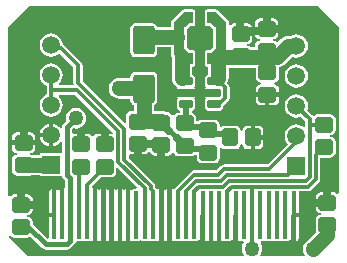
<source format=gtl>
%FSTAX26Y26*%
%MOIN*%
%SFA1B1*%

%IPPOS*%
%AMD10*
4,1,8,0.035400,-0.040200,0.035400,0.040200,0.028300,0.047200,-0.028300,0.047200,-0.035400,0.040200,-0.035400,-0.040200,-0.028300,-0.047200,0.028300,-0.047200,0.035400,-0.040200,0.0*
1,1,0.014180,0.028300,-0.040200*
1,1,0.014180,0.028300,0.040200*
1,1,0.014180,-0.028300,0.040200*
1,1,0.014180,-0.028300,-0.040200*
%
%AMD11*
4,1,8,-0.021800,-0.025600,0.021800,-0.025600,0.029500,-0.017900,0.029500,0.017900,0.021800,0.025600,-0.021800,0.025600,-0.029500,0.017900,-0.029500,-0.017900,-0.021800,-0.025600,0.0*
1,1,0.015360,-0.021800,-0.017900*
1,1,0.015360,0.021800,-0.017900*
1,1,0.015360,0.021800,0.017900*
1,1,0.015360,-0.021800,0.017900*
%
%AMD13*
4,1,8,0.025600,-0.021800,0.025600,0.021800,0.017900,0.029500,-0.017900,0.029500,-0.025600,0.021800,-0.025600,-0.021800,-0.017900,-0.029500,0.017900,-0.029500,0.025600,-0.021800,0.0*
1,1,0.015360,0.017900,-0.021800*
1,1,0.015360,0.017900,0.021800*
1,1,0.015360,-0.017900,0.021800*
1,1,0.015360,-0.017900,-0.021800*
%
%AMD14*
4,1,8,-0.021700,0.010200,-0.021700,-0.010200,-0.019100,-0.012800,0.019100,-0.012800,0.021700,-0.010200,0.021700,0.010200,0.019100,0.012800,-0.019100,0.012800,-0.021700,0.010200,0.0*
1,1,0.005120,-0.019100,0.010200*
1,1,0.005120,-0.019100,-0.010200*
1,1,0.005120,0.019100,-0.010200*
1,1,0.005120,0.019100,0.010200*
%
%AMD15*
4,1,8,0.005600,0.078700,-0.005600,0.078700,-0.008100,0.076300,-0.008100,-0.076300,-0.005600,-0.078700,0.005600,-0.078700,0.008100,-0.076300,0.008100,0.076300,0.005600,0.078700,0.0*
1,1,0.004840,0.005600,0.076300*
1,1,0.004840,-0.005600,0.076300*
1,1,0.004840,-0.005600,-0.076300*
1,1,0.004840,0.005600,-0.076300*
%
G04~CAMADD=10~8~0.0~0.0~944.9~708.7~70.9~0.0~15~0.0~0.0~0.0~0.0~0~0.0~0.0~0.0~0.0~0~0.0~0.0~0.0~270.0~708.0~944.0*
%ADD10D10*%
G04~CAMADD=11~8~0.0~0.0~590.6~511.8~76.8~0.0~15~0.0~0.0~0.0~0.0~0~0.0~0.0~0.0~0.0~0~0.0~0.0~0.0~180.0~591.0~512.0*
%ADD11D11*%
%ADD12R,0.035430X0.098430*%
G04~CAMADD=13~8~0.0~0.0~590.6~511.8~76.8~0.0~15~0.0~0.0~0.0~0.0~0~0.0~0.0~0.0~0.0~0~0.0~0.0~0.0~270.0~512.0~590.0*
%ADD13D13*%
G04~CAMADD=14~8~0.0~0.0~255.9~433.1~25.6~0.0~15~0.0~0.0~0.0~0.0~0~0.0~0.0~0.0~0.0~0~0.0~0.0~0.0~90.0~434.0~256.0*
%ADD14D14*%
G04~CAMADD=15~8~0.0~0.0~161.4~1574.8~24.2~0.0~15~0.0~0.0~0.0~0.0~0~0.0~0.0~0.0~0.0~0~0.0~0.0~0.0~0.0~161.4~1574.8*
%ADD15D15*%
%ADD16C,0.012000*%
%ADD17C,0.050000*%
%ADD18C,0.025000*%
%ADD19C,0.016000*%
%ADD20C,0.020000*%
%ADD21C,0.059060*%
%ADD22R,0.059060X0.059060*%
%ADD23C,0.050000*%
%LNunisolder52_oled-1*%
%LPD*%
G36*
X0055118Y0032283D02*
Y-0023061D01*
X0054618Y-0023212*
X0054587Y-0023166*
X0054036Y-0022798*
X0053385Y-0022668*
X005195*
Y-002616*
X00512*
Y-002691*
X0047315*
Y-0027951*
X0047444Y-0028602*
X0047813Y-0029153*
X0048364Y-0029522*
X0049015Y-0029652*
Y-0030148*
X0048364Y-0030278*
X0047813Y-0030646*
X0047444Y-0031198*
X0047315Y-0031849*
Y-0035432*
X0047405Y-0035888*
X0044119Y-0039175*
X0043574Y-0039885*
X0043231Y-0040712*
X0043115Y-00416*
X0043231Y-0042488*
X0043574Y-0043315*
X0043789Y-0043595*
X0043542Y-0044094*
X002911*
X0028863Y-0043595*
X0029161Y-0043206*
X0029504Y-0042379*
X0029621Y-0041491*
X0029504Y-0040604*
X0029161Y-0039777*
X0028983Y-0039545*
X0029204Y-0039096*
X0029512*
X0029958Y-0039008*
X0030325Y-0038762*
X0030693Y-0039008*
X0031138Y-0039096*
X0032268*
X0032714Y-0039008*
X0033081Y-0038762*
X0033448Y-0039008*
X0033894Y-0039096*
X0035024*
X003547Y-0039008*
X0035837Y-0038762*
X0036204Y-0039008*
X003665Y-0039096*
X003778*
X0038225Y-0039008*
X0038593Y-0038762*
X003896Y-0039008*
X0039221Y-003906*
Y-00303*
X0039971*
Y-002955*
X00417*
Y-0022668*
X0041875Y-0022455*
X0044829*
X0045415Y-0022339*
X0045911Y-0022007*
X0048434Y-0019484*
X0048766Y-0018988*
X0048882Y-0018403*
Y-0011169*
X0052284*
X0052934Y-0011039*
X0053486Y-0010671*
X0053854Y-0010119*
X0053984Y-0009469*
Y-0005886*
X0053854Y-0005235*
X0053486Y-0004684*
X0052934Y-0004315*
X0052284Y-0004185*
Y-0003689*
X0052934Y-0003559*
X0053486Y-000319*
X0053854Y-0002639*
X0053984Y-0001988*
Y0001595*
X0053854Y0002245*
X0053486Y0002797*
X0052934Y0003165*
X0052284Y0003295*
X0047913*
X0047263Y0003165*
X0046711Y0002797*
X0046172Y0002891*
X0044482Y0004581*
X0044654Y0004994*
X0044786Y0006*
X0044654Y0007006*
X0044265Y0007943*
X0043648Y0008748*
X0042843Y0009365*
X0041906Y0009754*
X00409Y0009886*
X0039894Y0009754*
X0038957Y0009365*
X0038152Y0008748*
X0037535Y0007943*
X0037146Y0007006*
X0037014Y0006*
X0037146Y0004994*
X0037535Y0004057*
X0038152Y0003252*
X0038957Y0002635*
X0039894Y0002246*
X00409Y0002114*
X0041906Y0002246*
X0042319Y0002418*
X0043823Y0000914*
Y-0000757*
X0043323Y-0001003*
X0042843Y-0000635*
X0041906Y-0000246*
X00409Y-0000114*
X0039894Y-0000246*
X0038957Y-0000635*
X0038152Y-0001252*
X0037535Y-0002057*
X0037146Y-0002994*
X0037014Y-0004*
X0037146Y-0005006*
X0037535Y-0005943*
X003806Y-0006628*
X0031291Y-0013397*
X0016908*
X0016322Y-0013513*
X0015826Y-0013845*
X0014274Y-0015397*
X0006713*
X0006127Y-0015513*
X0005631Y-0015845*
X0000307Y-0021169*
X-0000025Y-0021665*
X-0000163Y-0021722*
X-0000357Y-0021592*
X-0000618Y-002154*
Y-00303*
Y-003906*
X-0000357Y-0039008*
X000001Y-0038762*
X0000378Y-0039008*
X0000823Y-0039096*
X0001953*
X0002399Y-0039008*
X0002766Y-0038762*
X0003133Y-0039008*
X0003579Y-0039096*
X0004709*
X0005155Y-0039008*
X0005522Y-0038762*
X0005889Y-0039008*
X0006335Y-0039096*
X0007465*
X0007911Y-0039008*
X0008278Y-0038762*
X0008645Y-0039008*
X0008906Y-003906*
Y-00303*
X0010406*
Y-003906*
X0010667Y-0039008*
X0011034Y-0038762*
X0011401Y-0039008*
X0011662Y-003906*
Y-00303*
X0013162*
Y-003906*
X0013422Y-0039008*
X001379Y-0038762*
X0014157Y-0039008*
X0014418Y-003906*
Y-00303*
X0015918*
Y-003906*
X0016178Y-0039008*
X0016546Y-0038762*
X0016913Y-0039008*
X0017359Y-0039096*
X0018489*
X0018934Y-0039008*
X0019302Y-0038762*
X0019669Y-0039008*
X0019929Y-003906*
Y-00303*
X0021429*
Y-003906*
X002169Y-0039008*
X0022058Y-0038762*
X0022425Y-0039008*
X0022871Y-0039096*
X0023178*
X0023399Y-0039545*
X0023221Y-0039777*
X0022879Y-0040604*
X0022762Y-0041491*
X0022879Y-0042379*
X0023221Y-0043206*
X0023519Y-0043595*
X0023273Y-0044094*
X-0048425*
X-0054894Y-0037626*
X-0054871Y-0037157*
X-0054352Y-0037238*
X-0054287Y-0037334*
X-0053736Y-0037702*
X-0053085Y-0037832*
X-0048715*
X-0048064Y-0037702*
X-0047749Y-0037492*
X-0043914Y-0041326*
X-0043352Y-0041701*
X-0042689Y-0041833*
X-00357*
X-0035037Y-0041701*
X-0034474Y-0041326*
X-0033213Y-0040064*
X-0032837Y-0039502*
X-0032831Y-0039471*
X-0032248Y-0039096*
X-0031118*
X-0030672Y-0039008*
X-0030305Y-0038762*
X-0029937Y-0039008*
X-0029492Y-0039096*
X-0028362*
X-0027916Y-0039008*
X-0027549Y-0038762*
X-0027182Y-0039008*
X-0026921Y-003906*
Y-00303*
Y-0021354*
X-0027163Y-0021158*
X-0027191Y-0020754*
X-0024169Y-0017732*
X-0020815*
X-0020164Y-0017602*
X-0019613Y-0017234*
X-0019244Y-0016682*
X-0019115Y-0016032*
Y-0014778*
X-0018653Y-0014587*
X-0012236Y-0021004*
X-0012443Y-0021504*
X-0012956*
X-0013402Y-0021592*
X-0013769Y-0021838*
X-0014137Y-0021592*
X-0014397Y-002154*
Y-00303*
Y-003906*
X-0014137Y-0039008*
X-0013769Y-0038762*
X-0013402Y-0039008*
X-0012956Y-0039096*
X-0011826*
X-0011381Y-0039008*
X-0011013Y-0038762*
X-0010646Y-0039008*
X-00102Y-0039096*
X-000907*
X-0008625Y-0039008*
X-0008258Y-0038762*
X-000789Y-0039008*
X-0007445Y-0039096*
X-0006315*
X-0005869Y-0039008*
X-0005502Y-0038762*
X-0005134Y-0039008*
X-0004874Y-003906*
Y-00303*
Y-002154*
X-0004983Y-0021562*
X-0005066Y-0021579*
X-0005134Y-0021592*
X-000542Y-0021783*
X-0005725Y-0021424*
X-0005742Y-0021398*
X-0005798Y-0021314*
X-0006106Y-0021006*
Y-0020613*
X-0006222Y-0020027*
X-0006554Y-0019531*
X-0014923Y-0011162*
Y-0010467*
X-0014423Y-0010056*
X-0014185Y-0010104*
X-001275*
Y-0006612*
X-001125*
Y-0010104*
X-0009815*
X-0009164Y-0009974*
X-0008613Y-0009606*
X-0008422Y-000932*
X-0007891Y-0009425*
X-000789Y-000943*
X-0007521Y-0009982*
X-000697Y-0010351*
X-0006319Y-001048*
X-0004884*
Y-0006988*
X-0003384*
Y-001048*
X-0001949*
X-0001298Y-0010351*
X-0000746Y-0009982*
X-0000555Y-0009695*
X-0000293Y-0009703*
X-0000003Y-0009769*
X0000327Y-0010262*
X0000878Y-0010631*
X0001529Y-001076*
X0005899*
X000655Y-0010631*
X000704Y-0010303*
X000763*
Y-0011339*
X000776Y-0011989*
X0008128Y-0012541*
X000868Y-001291*
X0009331Y-0013039*
X0013701*
X0014351Y-001291*
X0014903Y-0012541*
X0015272Y-0011989*
X0015401Y-0011339*
Y-0007964*
X0015901Y-0007812*
X0015904Y-0007817*
X0016456Y-0008185*
X0017106Y-0008315*
X0020689*
X002134Y-0008185*
X0021891Y-0007817*
X002226Y-0007265*
X0022389Y-0006614*
X0022886*
X0023016Y-0007265*
X0023384Y-0007817*
X0023936Y-0008185*
X0024587Y-0008315*
X0025628*
Y-0004429*
Y-0000544*
X0024587*
X0023936Y-0000673*
X0023384Y-0001042*
X0023016Y-0001593*
X0022886Y-0002244*
X0022389*
X002226Y-0001593*
X0021891Y-0001042*
X002134Y-0000673*
X0020689Y-0000544*
X0017106*
X0016456Y-0000673*
X0015904Y-0001042*
X0015901Y-0001046*
X0015401Y-0000894*
Y-0000276*
X0015272Y0000375*
X0014903Y0000927*
X0014351Y0001295*
X0013701Y0001425*
X0009331*
X000868Y0001295*
X0008168Y0000953*
X00076*
Y0002003*
X000747Y0002654*
X0007102Y0003206*
X000655Y0003574*
X0006013Y0003681*
Y0004535*
X0006436Y0004619*
X0006818Y0004875*
X0007074Y0005257*
X0007164Y0005708*
Y0007755*
X0007074Y0008206*
X0006818Y0008589*
Y0008615*
X0007074Y0008997*
X0007164Y0009448*
Y0009722*
X0000988*
Y0009448*
X0001077Y0008997*
X0001333Y0008615*
Y0008589*
X0001077Y0008206*
X0000988Y0007755*
Y0005708*
X0001077Y0005257*
X0001333Y0004875*
X0001715Y0004619*
X0002138Y0004535*
Y0003704*
X0001529*
X0000878Y0003574*
X0000327Y0003206*
X0000135Y0002919*
X-0000126Y0002926*
X-0000417Y0002992*
X-0000746Y0003486*
X-0001298Y0003854*
X-0001949Y0003984*
X-0002491*
X-0003246Y0004297*
X-0004134Y0004413*
X-0006486*
Y0006362*
X-0006006Y0006683*
X-000565Y0007215*
X-0005525Y0007843*
Y0015875*
X-000565Y0016502*
X-0006006Y0017034*
X-0006538Y001739*
X-0007165Y0017515*
X-0012835*
X-0013462Y001739*
X-0013994Y0017034*
X-001435Y0016502*
X-0014475Y0015875*
Y0015339*
X-001811*
X-0018998Y0015222*
X-0019825Y0014879*
X-0020535Y0014334*
X-002108Y0013624*
X-0021423Y0012797*
X-002154Y0011909*
X-0021423Y0011022*
X-002108Y0010195*
X-0020535Y0009484*
X-0019825Y000894*
X-0018998Y0008597*
X-001811Y000848*
X-0014475*
Y0007843*
X-001435Y0007215*
X-0013994Y0006683*
X-0013462Y0006328*
X-0013345Y0006305*
Y000436*
X-0014185*
X-0014836Y0004231*
X-0015387Y0003862*
X-0015756Y0003311*
X-0015885Y000266*
Y000063*
X-0016347Y0000439*
X-0030371Y0014462*
Y00196*
X-0030487Y0020185*
X-0030819Y0020681*
X-0036524Y0026387*
X-003695Y0026671*
X-0037046Y0027406*
X-0037435Y0028343*
X-0038052Y0029148*
X-0038857Y0029765*
X-0039794Y0030154*
X-00408Y0030286*
X-0041806Y0030154*
X-0042743Y0029765*
X-0043548Y0029148*
X-0044165Y0028343*
X-0044554Y0027406*
X-0044686Y00264*
X-0044554Y0025394*
X-0044165Y0024457*
X-0043548Y0023652*
X-0042743Y0023035*
X-0041806Y0022646*
X-00408Y0022514*
X-0039794Y0022646*
X-0038857Y0023035*
X-0038088Y0023625*
X-0033429Y0018967*
Y0013828*
X-003335Y0013429*
X-0033659Y0012929*
X-0038173*
X-0038342Y0013429*
X-0038052Y0013652*
X-0037435Y0014457*
X-0037046Y0015394*
X-0036914Y00164*
X-0037046Y0017406*
X-0037435Y0018343*
X-0038052Y0019148*
X-0038857Y0019765*
X-0039794Y0020154*
X-00408Y0020286*
X-0041806Y0020154*
X-0042743Y0019765*
X-0043548Y0019148*
X-0044165Y0018343*
X-0044554Y0017406*
X-0044686Y00164*
X-0044554Y0015394*
X-0044165Y0014457*
X-0043548Y0013652*
X-0042743Y0013035*
X-0042329Y0012863*
Y0009937*
X-0042743Y0009765*
X-0043548Y0009148*
X-0044165Y0008343*
X-0044554Y0007406*
X-0044686Y00064*
X-0044554Y0005394*
X-0044165Y0004457*
X-0043548Y0003652*
X-0042743Y0003035*
X-0041806Y0002646*
X-00408Y0002514*
X-0039794Y0002646*
X-0038857Y0003035*
X-0038052Y0003652*
X-0037435Y0004457*
X-0037046Y0005394*
X-0036914Y00064*
X-0037046Y0007406*
X-0037435Y0008343*
X-0038052Y0009148*
X-0038342Y0009371*
X-0038173Y0009871*
X-0032934*
X-0020248Y-0002815*
X-00204Y-0003293*
X-0020482Y-0003334*
X-0020815Y-0003268*
X-002225*
Y-000676*
X-002375*
Y-0003268*
X-0025185*
X-0025836Y-0003398*
X-0026387Y-0003766*
X-0026615Y-0004107*
X-0027185*
X-0027413Y-0003766*
X-0027964Y-0003398*
X-0028615Y-0003268*
X-003005*
Y-000676*
X-003155*
Y-0003268*
X-0032985*
X-003322Y-0003315*
X-003372Y-0002904*
Y-0001721*
X-0033328Y-0001362*
X-0032579Y-0001461*
X-0031691Y-0001344*
X-0030864Y-0001001*
X-0030154Y-0000456*
X-0029609Y0000254*
X-0029266Y0001081*
X-0029149Y0001969*
X-0029266Y0002856*
X-0029609Y0003683*
X-0030154Y0004393*
X-0030864Y0004938*
X-0031691Y0005281*
X-0032579Y0005398*
X-0033466Y0005281*
X-0034293Y0004938*
X-0035004Y0004393*
X-0035549Y0003683*
X-0035891Y0002856*
X-0036008Y0001969*
X-0035894Y0001104*
X-0036678Y000032*
X-0037054Y-0000242*
X-0037186Y-0000905*
Y-000116*
X-0037686Y-0001329*
X-0038052Y-0000852*
X-0038857Y-0000235*
X-0039794Y0000154*
X-004005Y0000187*
Y-00036*
Y-0007387*
X-0039794Y-0007354*
X-0038857Y-0006965*
X-0038052Y-0006348*
X-0037686Y-0005871*
X-0037186Y-000604*
Y-0009747*
X-0044653*
Y-0010171*
X-0047703*
X-0047815Y-0010148*
Y-0009652*
X-0047164Y-0009522*
X-0046613Y-0009154*
X-0046244Y-0008602*
X-0046115Y-0007951*
Y-000691*
X-0053885*
Y-0007951*
X-0053756Y-0008602*
X-0053387Y-0009154*
X-0052836Y-0009522*
X-0052185Y-0009652*
Y-0010148*
X-0052836Y-0010278*
X-0053387Y-0010646*
X-0053756Y-0011198*
X-0053885Y-0011849*
Y-0015431*
X-0053756Y-0016082*
X-0053387Y-0016634*
X-0052836Y-0017002*
X-0052185Y-0017132*
X-0047815*
X-00473Y-0017029*
X-0044653*
Y-0017453*
X-0037107*
X-0037054Y-0017717*
X-0036678Y-0018279*
X-0036172Y-0018786*
Y-0021085*
X-0036445Y-0021334*
Y-00303*
X-0037944*
Y-002154*
X-0038205Y-0021592*
X-0038572Y-0021838*
X-003894Y-0021592*
X-00392Y-002154*
Y-00303*
X-003995*
Y-003105*
X-004168*
Y-0037932*
X-0041675Y-0037955*
X-0042136Y-0038202*
X-0047015Y-0033323*
Y-0032549*
X-0047144Y-0031898*
X-0047513Y-0031346*
X-0048064Y-0030978*
X-0048715Y-0030848*
Y-0030352*
X-0048064Y-0030222*
X-0047513Y-0029853*
X-0047144Y-0029302*
X-0047015Y-0028651*
Y-002761*
X-00509*
Y-002686*
X-005165*
Y-0023368*
X-0053085*
X-0053736Y-0023498*
X-0054287Y-0023866*
X-0054352Y-0023963*
X-0055023Y-0024066*
X-0055118Y-002399*
Y0032283*
X-0048031Y003937*
X0048031*
X0055118Y0032283*
G37*
%LNunisolder52_oled-2*%
%LPC*%
G36*
X-0002118Y-002154D02*
X-0002378Y-0021592D01*
X-0002746Y-0021838*
X-0003113Y-0021592*
X-0003374Y-002154*
Y-00303*
Y-003906*
X-0003113Y-0039008*
X-0002746Y-0038762*
X-0002378Y-0039008*
X-0002118Y-003906*
Y-00303*
Y-002154*
G37*
G36*
X-0021409D02*
X-002167Y-0021592D01*
X-0022037Y-0021838*
X-0022404Y-0021592*
X-0022665Y-002154*
Y-00303*
Y-003906*
X-0022404Y-0039008*
X-0022037Y-0038762*
X-002167Y-0039008*
X-0021409Y-003906*
Y-00303*
Y-002154*
G37*
G36*
X002987Y-0005179D02*
X0027128D01*
Y-0008315*
X0028169*
X002882Y-0008185*
X0029372Y-0007817*
X002974Y-0007265*
X002987Y-0006614*
Y-0005179*
G37*
G36*
X-0047815Y-0002668D02*
X-004925D01*
Y-000541*
X-0046115*
Y-0004369*
X-0046244Y-0003718*
X-0046613Y-0003166*
X-0047164Y-0002798*
X-0047815Y-0002668*
G37*
G36*
X-005075D02*
X-0052185D01*
X-0052836Y-0002798*
X-0053387Y-0003166*
X-0053756Y-0003718*
X-0053885Y-0004369*
Y-000541*
X-005075*
Y-0002668*
G37*
G36*
X-004155Y-000435D02*
X-0044587D01*
X-0044554Y-0004606*
X-0044165Y-0005543*
X-0043548Y-0006348*
X-0042743Y-0006965*
X-0041806Y-0007354*
X-004155Y-0007387*
Y-000435*
G37*
G36*
X-0015897Y-002154D02*
X-0016158Y-0021592D01*
X-0016525Y-0021838*
X-0016893Y-0021592*
X-0017153Y-002154*
Y-00303*
Y-003906*
X-0016893Y-0039008*
X-0016525Y-0038762*
X-0016158Y-0039008*
X-0015897Y-003906*
Y-00303*
Y-002154*
G37*
G36*
X-0048715Y-0023368D02*
X-005015D01*
Y-002611*
X-0047015*
Y-0025069*
X-0047144Y-0024418*
X-0047513Y-0023866*
X-0048064Y-0023498*
X-0048715Y-0023368*
G37*
G36*
X-00407Y-002154D02*
X-0040961Y-0021592D01*
X-0041339Y-0021845*
X-0041591Y-0022222*
X-004168Y-0022668*
Y-002955*
X-00407*
Y-002154*
G37*
G36*
X00417Y-003105D02*
X0040721D01*
Y-003906*
X0040982Y-0039008*
X0041359Y-0038755*
X0041612Y-0038377*
X00417Y-0037932*
Y-003105*
G37*
G36*
X-0018653Y-002154D02*
X-0018914Y-0021592D01*
X-0019281Y-0021838*
X-0019648Y-0021592*
X-0019909Y-002154*
Y-00303*
Y-003906*
X-0019648Y-0039008*
X-0019281Y-0038762*
X-0018914Y-0039008*
X-0018653Y-003906*
Y-00303*
Y-002154*
G37*
G36*
X-0024165D02*
X-0024426Y-0021592D01*
X-0024793Y-0021838*
X-002516Y-0021592*
X-0025421Y-002154*
Y-00303*
Y-003906*
X-002516Y-0039008*
X-0024793Y-0038762*
X-0024426Y-0039008*
X-0024165Y-003906*
Y-00303*
Y-002154*
G37*
G36*
X005045Y-0022668D02*
X0049015D01*
X0048364Y-0022798*
X0047813Y-0023166*
X0047444Y-0023718*
X0047315Y-0024369*
Y-002541*
X005045*
Y-0022668*
G37*
G36*
X0033185Y0035232D02*
X003175D01*
Y003249*
X0034885*
Y0033531*
X0034756Y0034182*
X0034387Y0034734*
X0033836Y0035102*
X0033185Y0035232*
G37*
G36*
X0006339Y0038251D02*
X0003387D01*
X0003036Y0038181*
X0002738Y0037982*
X-000051Y0034734*
X-0000671Y0034493*
X-0000761*
Y0034174*
X-0000779Y0034085*
Y0033199*
X-0000768Y0033144*
X-0000772Y0033088*
X-0000761Y0033055*
Y0032513*
X-0005624*
X-000565Y0032644*
X-0006006Y0033176*
X-0006538Y0033532*
X-0007165Y0033657*
X-0012835*
X-0013462Y0033532*
X-0013994Y0033176*
X-001435Y0032644*
X-0014475Y0032016*
Y0023985*
X-001435Y0023357*
X-0013994Y0022825*
X-0013462Y002247*
X-0012835Y0022345*
X-0007165*
X-0006538Y002247*
X-0006006Y0022825*
X-000565Y0023357*
X-0005525Y0023985*
Y0025654*
X-0000761*
Y0024289*
X-0000772Y0024256*
X-0000768Y0024199*
X-0000779Y0024144*
Y0023342*
Y0023258*
X-0000761Y0022851*
X-0000575Y0022427*
Y0015517*
X-0000585Y0015443*
X-0000468Y0014555*
X-0000125Y0013728*
X000042Y0013018*
X000113Y0012473*
X0001081Y0011952*
X0001077Y0011946*
X0000988Y0011495*
Y0011222*
X0007164*
Y0011495*
X0007074Y0011946*
X0006818Y0012329*
Y0012355*
X0007074Y0012737*
X0007164Y0013188*
Y0015236*
X0007074Y0015687*
X0006818Y0016069*
X0006436Y0016324*
X0006284Y0016355*
Y0019093*
X0006339*
X000669Y0019162*
X0006988Y0019362*
X0007187Y0019659*
X0007257Y002001*
Y0023751*
X0007187Y0024102*
X0006988Y0024399*
X000669Y0024598*
X0006339Y0024668*
X000544*
X0005401Y0024707*
X0005279Y0024866*
X000512Y0024988*
X0004582Y0025526*
Y0031817*
X000544Y0032675*
X0006339*
X000669Y0032745*
X0006988Y0032944*
X0007187Y0033242*
X0007257Y0033593*
Y0037333*
X0007187Y0037684*
X0006988Y0037982*
X000669Y0038181*
X0006339Y0038251*
G37*
G36*
X0014213D02*
X0011261D01*
X0010909Y0038181*
X0010612Y0037982*
X0010413Y0037684*
X0010343Y0037333*
Y0033593*
X0010413Y0033242*
X0010612Y0032944*
X0010909Y0032745*
X0011261Y0032675*
X001216*
X0013018Y0031817*
Y0025526*
X001216Y0024668*
X0011261*
X0010909Y0024598*
X0010612Y0024399*
X0010413Y0024102*
X0010343Y0023751*
Y002001*
X0010413Y0019659*
X0010612Y0019362*
X0010909Y0019162*
X0011261Y0019093*
X0011473*
Y0016386*
X0011164Y0016324*
X0010782Y0016069*
X0010526Y0015687*
X0010436Y0015236*
Y0013188*
X0010526Y0012737*
X0010782Y0012355*
Y0012329*
X0010526Y0011946*
X0010436Y0011495*
Y0011222*
X0013524*
Y0009722*
X0010436*
Y0009448*
X0010526Y0008997*
X0010782Y0008615*
Y0008589*
X0010526Y0008206*
X0010436Y0007755*
Y0005708*
X0010526Y0005257*
X0010782Y0004875*
X0011164Y0004619*
X0011615Y0004529*
X0015434*
X0015885Y0004619*
X0016267Y0004875*
X0016523Y0005257*
X0016612Y0005708*
Y0005981*
X0018271Y0007639*
X0018603Y0008135*
X0018719Y0008721*
Y0012223*
X0018603Y0012808*
X0018271Y0013304*
X0017873Y0013703*
X0018215Y0014529*
X0018332Y0015417*
Y0018862*
X0027315*
Y0015531*
X0027445Y0014881*
X0027813Y0014329*
X0028365Y0013961*
X0029016Y0013831*
Y0013334*
X0028365Y0013205*
X0027813Y0012836*
X0027445Y0012285*
X0027315Y0011634*
Y0010593*
X0035086*
Y0011634*
X0034957Y0012285*
X0034588Y0012836*
X0034036Y0013205*
X0033386Y0013334*
Y0013831*
X0034036Y0013961*
X0034588Y0014329*
X0034957Y0014881*
X0035086Y0015531*
Y001894*
X0035379Y0018979*
X0036206Y0019321*
X0036916Y0019866*
X0039471Y0022422*
X0039894Y0022246*
X00409Y0022114*
X0041906Y0022246*
X0042843Y0022635*
X0043648Y0023252*
X0044265Y0024057*
X0044654Y0024994*
X0044786Y0026*
X0044654Y0027006*
X0044265Y0027943*
X0043648Y0028748*
X0042843Y0029365*
X0041906Y0029754*
X00409Y0029886*
X0039894Y0029754*
X0039111Y0029429*
X00382*
X0037312Y0029313*
X0036485Y002897*
X0035775Y0028425*
X0034584Y0027234*
X0034387Y0027254*
X0033836Y0027622*
X0033185Y0027752*
Y0028248*
X0033836Y0028378*
X0034387Y0028747*
X0034756Y0029298*
X0034885Y0029949*
Y003099*
X0027115*
Y0029949*
X0027244Y0029298*
X0027613Y0028747*
X0028164Y0028378*
X0028815Y0028248*
Y0027752*
X0028164Y0027622*
X0027613Y0027253*
X0027244Y0026702*
X0027115Y0026051*
Y0025721*
X0025687*
X0025236Y0026022*
X0024585Y0026152*
Y0026648*
X0025236Y0026778*
X0025787Y0027147*
X0026156Y0027698*
X0026285Y0028349*
Y002939*
X00224*
Y003014*
X002165*
Y0033632*
X0020215*
X0019564Y0033502*
X0019013Y0033134*
X0018861Y0032908*
X0018395Y0033045*
X0018372Y0033088*
X0018368Y0033144*
X0018379Y0033199*
Y0034085*
X0018361Y0034174*
Y0034493*
X0018271*
X001811Y0034734*
X0014862Y0037982*
X0014564Y0038181*
X0014213Y0038251*
G37*
G36*
X003025Y0035232D02*
X0028815D01*
X0028164Y0035102*
X0027613Y0034734*
X0027244Y0034182*
X0027115Y0033531*
Y003249*
X003025*
Y0035232*
G37*
G36*
X0024585Y0033632D02*
X002315D01*
Y003089*
X0026285*
Y0031931*
X0026156Y0032582*
X0025787Y0033134*
X0025236Y0033502*
X0024585Y0033632*
G37*
G36*
X-004155Y0000187D02*
X-0041806Y0000154D01*
X-0042743Y-0000235*
X-0043548Y-0000852*
X-0044165Y-0001657*
X-0044554Y-0002594*
X-0044587Y-000285*
X-004155*
Y0000187*
G37*
G36*
X0028169Y-0000544D02*
X0027128D01*
Y-0003679*
X002987*
Y-0002244*
X002974Y-0001593*
X0029372Y-0001042*
X002882Y-0000673*
X0028169Y-0000544*
G37*
G36*
X0030451Y0009093D02*
X0027315D01*
Y0008051*
X0027445Y0007401*
X0027813Y0006849*
X0028365Y000648*
X0029016Y0006351*
X0030451*
Y0009093*
G37*
G36*
X00409Y0019886D02*
X0039894Y0019754D01*
X0038957Y0019365*
X0038152Y0018748*
X0037535Y0017943*
X0037146Y0017006*
X0037014Y0016*
X0037146Y0014994*
X0037535Y0014057*
X0038152Y0013252*
X0038957Y0012635*
X0039894Y0012246*
X00409Y0012114*
X0041906Y0012246*
X0042843Y0012635*
X0043648Y0013252*
X0044265Y0014057*
X0044654Y0014994*
X0044786Y0016*
X0044654Y0017006*
X0044265Y0017943*
X0043648Y0018748*
X0042843Y0019365*
X0041906Y0019754*
X00409Y0019886*
G37*
G36*
X0035086Y0009093D02*
X0031951D01*
Y0006351*
X0033386*
X0034036Y000648*
X0034588Y0006849*
X0034957Y0007401*
X0035086Y0008051*
Y0009093*
G37*
%LNunisolder52_oled-3*%
%LPD*%
G36*
X0017461Y0034085D02*
Y0033199D01*
X0013918Y0032215*
X001254Y0033593*
X0011261*
Y0037333*
X0014213*
X0017461Y0034085*
G37*
G36*
X000506Y0023751D02*
X0006339D01*
Y002001*
X0003387*
X0000139Y0023258*
Y0024144*
X0003682Y0025128*
X000506Y0023751*
G37*
G36*
X0017461Y0024144D02*
Y0023258D01*
X0014213Y002001*
X0011261*
Y0023751*
X001254*
X0013918Y0025128*
X0017461Y0024144*
G37*
G36*
X0006339Y0033593D02*
X000506D01*
X0003682Y0032215*
X0000139Y0033199*
Y0034085*
X0003387Y0037333*
X0006339*
Y0033593*
G37*
G54D10*
X-001Y0028001D03*
Y0011859D03*
G54D11*
X0011516Y-0002067D03*
Y-0009547D03*
X-005Y-000616D03*
Y-001364D03*
X0031201Y0017323D03*
Y0009843D03*
X0031Y002426D03*
Y003174D03*
X-0004134Y0000492D03*
Y-0006988D03*
X-0023Y-000676D03*
Y-001424D03*
X0050098Y-0000197D03*
Y-0007677D03*
X0003714Y0000212D03*
Y-0007268D03*
X-0012Y-0006612D03*
Y0000868D03*
X00224Y003014D03*
Y002266D03*
X-00308Y-000676D03*
Y-001424D03*
X-00509Y-002686D03*
Y-003434D03*
X00512Y-002616D03*
Y-003364D03*
G54D12*
X001569Y0028672D03*
X000191D03*
G54D13*
X0026378Y-0004429D03*
X0018898D03*
G54D14*
X0004076Y0014212D03*
Y0010472D03*
Y0006732D03*
X0013524D03*
Y0010472D03*
Y0014212D03*
G54D15*
X-003995Y-00303D03*
X-0037194D03*
X-0034439D03*
X-0031683D03*
X-0028927D03*
X00069D03*
X0009656D03*
X0012412D03*
X0015168D03*
X0017924D03*
X002068D03*
X0023435D03*
X0026191D03*
X0028947D03*
X0031703D03*
X0034459D03*
X0037215D03*
X0039971D03*
X-0026171D03*
X-0023415D03*
X-0020659D03*
X-0017903D03*
X-0015147D03*
X-0012391D03*
X-0009635D03*
X-000688D03*
X-0004124D03*
X-0001368D03*
X0001388D03*
X0004144D03*
G54D16*
X-0018453Y-0012624D02*
Y-0002447D01*
X-0009635Y-00303D02*
Y-0021441D01*
X-0018453Y-0012624D02*
X-0009635Y-0021441D01*
X-0007635Y-0021639D02*
Y-0020613D01*
X-0016453Y-0011795D02*
X-0007635Y-0020613D01*
X-0016453Y-0011795D02*
Y-0001619D01*
X-00319Y0013828D02*
X-0016453Y-0001619D01*
X-00323Y00114D02*
X-0018453Y-0002447D01*
X-000688Y-00303D02*
Y-0022395D01*
X-0007635Y-0021639D02*
X-000688Y-0022395D01*
X0016908Y-0014926D02*
X0031924D01*
X0014908Y-0016926D02*
X0016908Y-0014926D01*
X0031924D02*
X00409Y-000595D01*
X0017736Y-0016926D02*
X0037974D01*
X0015736Y-0018926D02*
X0017736Y-0016926D01*
X0018564Y-0018926D02*
X0044001D01*
X0016565Y-0020926D02*
X0018564Y-0018926D01*
X0019393Y-0020926D02*
X0044829D01*
X0017924Y-0022395D02*
X0019393Y-0020926D01*
X0006713Y-0016926D02*
X0014908D01*
X0017924Y-00303D02*
Y-0022395D01*
X0045451Y-0000197D02*
X0050098D01*
X0047353Y-0010423D02*
X0050098Y-0007677D01*
X0047353Y-0018403D02*
Y-0010423D01*
X0044829Y-0020926D02*
X0047353Y-0018403D01*
X00409Y-000595D02*
Y-0004D01*
X0037974Y-0016926D02*
X00409Y-0014D01*
X0044001Y-0018926D02*
X0045353Y-0017574D01*
X0026191Y-00303D02*
Y-0020965D01*
X0004144Y-0022323D02*
X0007541Y-0018926D01*
X0004144Y-00303D02*
Y-0022323D01*
X00069Y-0022395D02*
X0008369Y-0020926D01*
X00069Y-00303D02*
Y-0022395D01*
X0001388Y-00303D02*
Y-002225D01*
X0007541Y-0018926D02*
X0015736D01*
X0001388Y-002225D02*
X0006713Y-0016926D01*
X0008369Y-0020926D02*
X0016565D01*
X0031Y0022291D02*
X00317Y0021591D01*
X-0028927Y-0020327D02*
X-002292Y-001432D01*
X-0028927Y-00303D02*
Y-0020327D01*
X0026191Y-0041491D02*
Y-00303D01*
X-0031683D02*
Y-0014323D01*
X0045353Y-0017574D02*
Y0001547D01*
X00409Y0006D02*
X0045353Y0001547D01*
X-00408Y00064D02*
Y00164D01*
Y00114D02*
X-00323D01*
X-00408Y0025306D02*
X-0037606D01*
X-00319Y00196*
Y0013828D02*
Y00196D01*
X0013524Y0014212D02*
X0015201D01*
X001719Y0012223*
X0015201Y0006732D02*
X001719Y0008721D01*
X0013524Y0006732D02*
X0015201D01*
X001719Y0008721D02*
Y0012223D01*
G54D17*
X-0009933Y0007944D02*
Y00119D01*
X-001811Y0011909D02*
X-0012009D01*
X-0009916Y0000984D02*
Y0007927D01*
X00512Y-0036944D02*
Y-003364D01*
X00382Y0026D02*
X00409D01*
X0034491Y0022291D02*
X00382Y0026D01*
X0031Y0022291D02*
X0034491D01*
X00159D02*
X0031D01*
X-004996Y-00136D02*
X-00408D01*
X-005Y-001364D02*
X-004996Y-00136D01*
X-0008Y0029083D02*
X00011D01*
X0046544Y-00416D02*
X00512Y-0036944D01*
X-0011983Y0000984D02*
X-0004134D01*
X0002844Y0015443D02*
X0002854Y0015453D01*
Y0022441*
X0014902Y0015417D02*
Y0022441D01*
G54D18*
X-0012Y-0010933D02*
Y-0006514D01*
X-0004134Y-0011319D02*
Y-0006496D01*
X-0012Y-0006514D02*
X-0004151D01*
X0023778Y0031026D02*
X0028809D01*
X0031Y0033709D02*
Y00382D01*
X-00308Y-000676D02*
D01*
Y-0002461D01*
X-0023Y-000676D02*
Y-00023D01*
X004434Y-002616D02*
X00512D01*
Y-00192*
X-00509Y-002686D02*
Y-002D01*
Y-002686D02*
X-004446D01*
X-0004134Y0000466D02*
Y0000492D01*
Y0000466D02*
X-0001389Y-0002279D01*
X0000969Y-0004523D02*
X0003714Y-0007268D01*
X0031Y003174D02*
X0036567D01*
X0022244Y0030296D02*
X00223Y003024D01*
X0022244Y0030296D02*
Y0036909D01*
X0007948Y0010472D02*
X0013524D01*
X-0000197Y0010492D02*
X0007928D01*
X-005Y-000616D02*
Y-0000689D01*
G54D19*
X-0035453Y-0000905D02*
X-0032579Y0001969D01*
X-0035453Y-0017054D02*
Y-0000905D01*
X-0042689Y-00401D02*
X-00357D01*
X-0048449Y-003434D02*
X-0042689Y-00401D01*
X-00509Y-003434D02*
X-0048449D01*
X-0034439Y-0038839D02*
Y-00303D01*
X-00357Y-00401D02*
X-0034439Y-0038839D01*
Y-00303D02*
Y-0018068D01*
X-0035453Y-0017054D02*
X-0034439Y-0018068D01*
X-0001275Y-0002279D02*
X0000969Y-0004523D01*
G54D20*
X0013386Y-000315D02*
X0019783D01*
X0005796Y-0000984D02*
X001122D01*
X0004076Y0000212D02*
Y0006732D01*
X0005698Y-0008366D02*
X0011122D01*
G54D21*
X00409Y0026D03*
Y0016D03*
Y0006D03*
Y-0004D03*
X-00408Y00264D03*
Y00164D03*
Y00064D03*
Y-00036D03*
G54D22*
X00409Y-0014D03*
X-00408Y-00136D03*
G54D23*
X-0001969Y0008169D03*
X-001811Y0011909D03*
X-00184Y0006D03*
X-0026476Y-0000689D03*
X0044488Y-0034843D03*
X0016535Y-0041535D03*
X-0032579Y0001969D03*
X0033268Y-0007185D03*
X0052067Y-0015354D03*
X0026191Y-0041491D03*
X0046544Y-00416D03*
X-00448Y-00211D03*
X-0002854Y-0018799D03*
X-0017421Y0019882D03*
X-00305Y00277D03*
X-00207Y0036D03*
X-00408Y00358D03*
X-00503Y00211D03*
X-005Y00047D03*
X0050984Y0011319D03*
X00508Y00213D03*
X00402Y00355D03*
X0024281Y0016298D03*
X0018898Y-0010827D03*
X-0027657Y001565D03*
X-0004724Y0019783D03*
X-00309Y-00416D03*
X-0002756Y-0041634D03*
X00443Y-00262D03*
X-0017815Y-0018996D03*
X0004724Y-0013287D03*
X-00444Y-00323D03*
X000876Y0030217D03*
X-00177Y-00417D03*
X-00486Y-00405D03*
X-0001969Y0036909D03*
X001811Y0002264D03*
X-0008465Y-00125D03*
X0022244Y0036909D03*
X000876Y0017618D03*
X0033957Y0003248D03*
M02*
</source>
